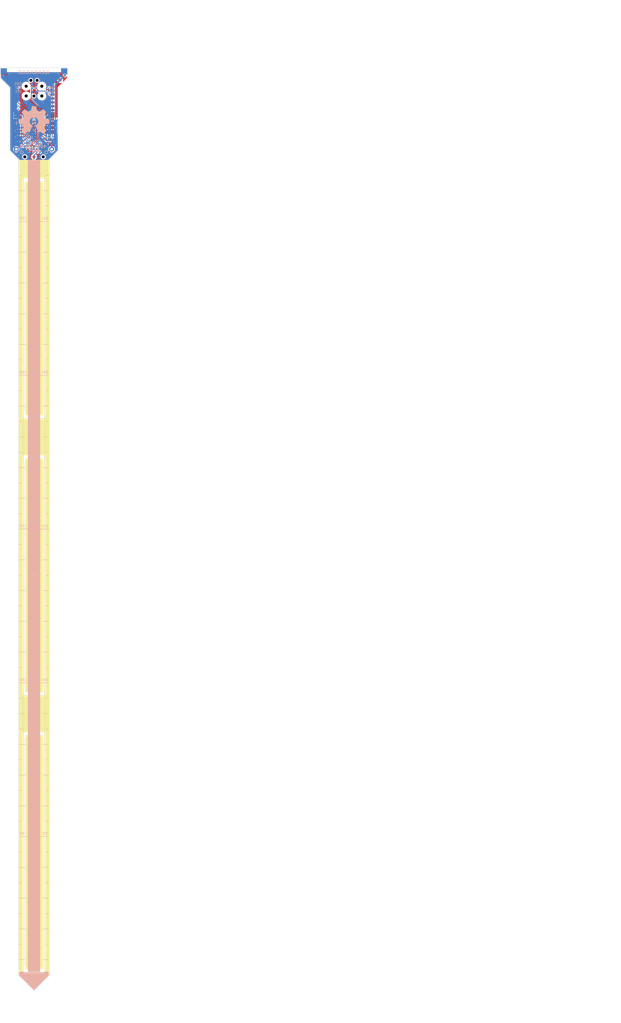
<source format=kicad_pcb>
(kicad_pcb (version 20211014) (generator pcbnew)
  (title_block (title "solar-bug") (date "2022-12-08") (rev "REV 1") (company "A. Benemann"))
  (layers (0 "F.Cu" signal) (31 "B.Cu" signal) (34 "B.Paste" user) (35 "F.Paste" user) (36 "B.SilkS" user "B.Silkscreen") (37 "F.SilkS" user "F.Silkscreen") (38 "B.Mask" user) (39 "F.Mask" user) (44 "Edge.Cuts" user))
  (net 0 "")
  (net 1 "GND")
  (net 2 "/XTAL2")
  (net 3 "/XTAL1")
  (net 7 "+3V0")
  (net 9 "/nRST")
  (net 11 "/SWDIO")
  (net 13 "/SENSOR_TOP")
  (net 14 "/SWDCLK")
  (net 15 "/SENSOR_C")
  (net 16 "/SENSOR_MID")
  (net 22 "Net-(D1-Pad1)")
  (net 23 "/SENSOR_BOT")
  (net 25 "/VBAT_OK")
  (net 26 "Net-(R1-Pad1)")
  (net 27 "/VBAT")
  (net 28 "/VIN_DC")
  (net 29 "/SW")
  (net 30 "/VREF")
  (net 31 "/VRDIV")
  (net 32 "/VBAT_OV")
  (net 33 "/VBAT_UV")
  (net 34 "/OK_HYST")
  (net 35 "/OK_PROG")
  (net 36 "Net-(R2-Pad1)")
  (net 37 "/LED")
  (net 39 "Net-(R12-Pad1)")
  (footprint "solar-bug:TestPoint_Pad_D0.75mm" (layer "F.Cu") (at 70.365 102.35375 90)
    (fp_text reference "TP1" hide)
    (fp_text value "GND" hide)
  )
  (footprint "Capacitor_SMD:C_0402_1005Metric" (layer "F.Cu") (at 72.365 92.87375 90)
    (fp_text reference "C1" hide)
    (fp_text value "10n" hide)
  )
  (footprint "Crystal:Crystal_SMD_MicroCrystal_CM9V-T1A-2Pin_1.6x1.0mm" (layer "F.Cu") (at 69.865 92.85375)
    (fp_text reference "Y1" hide)
    (fp_text value "32.768kHz" hide)
  )
  (footprint "Capacitor_SMD:C_0402_1005Metric" (layer "F.Cu") (at 69.365 94.85375 90)
    (fp_text reference "C3" hide)
    (fp_text value "12p" hide)
  )
  (footprint "Capacitor_SMD:C_0402_1005Metric" (layer "F.Cu") (at 70.365 94.85375 90)
    (fp_text reference "C4" hide)
    (fp_text value "12p" hide)
  )
  (footprint "Resistor_SMD:R_0402_1005Metric" (layer "F.Cu") (at 72.365 100.84375 -90)
    (fp_text reference "R12" hide)
    (fp_text value "1M" hide)
  )
  (footprint "Resistor_SMD:R_0402_1005Metric" (layer "F.Cu") (at 70.365 98.85375 -90)
    (fp_text reference "R7" hide)
    (fp_text value "4.99M" hide)
  )
  (footprint "solar-bug:TestPoint_Pad_D0.75mm" (layer "F.Cu") (at 84.365 77.35375)
    (fp_text reference "TP2" hide)
    (fp_text value "VIN" hide)
  )
  (footprint "Resistor_SMD:R_0402_1005Metric" (layer "F.Cu") (at 74.365 100.85375 -90)
    (fp_text reference "R11" hide)
    (fp_text value "4.99M" hide)
  )
  (footprint "Inductor_SMD:L_Taiyo-Yuden_NR-40xx" (layer "F.Cu") (at 79.865 94.35375 -90)
    (fp_text reference "L1" hide)
    (fp_text value "22uH" hide)
  )
  (footprint "Capacitor_SMD:C_0402_1005Metric" (layer "F.Cu") (at 78.365 98.85375 -90)
    (fp_text reference "C5" hide)
    (fp_text value "4.7u" hide)
  )
  (footprint "Resistor_SMD:R_0402_1005Metric" (layer "F.Cu") (at 76.365 100.85375 90)
    (fp_text reference "R14" hide)
    (fp_text value "1M" hide)
  )
  (footprint "Capacitor_SMD:C_0402_1005Metric" (layer "F.Cu") (at 76.365 92.87375 -90)
    (fp_text reference "C2" hide)
    (fp_text value "4.7u" hide)
  )
  (footprint "Resistor_SMD:R_0402_1005Metric" (layer "F.Cu") (at 77.365 100.85375 90)
    (fp_text reference "R15" hide)
    (fp_text value "1M" hide)
  )
  (footprint "solar-bug:solar-bug-sensor" (layer "F.Cu") (at 74.365 239.84375)
    (fp_text reference "SNS_MID1" hide)
    (fp_text value "C_Variable" hide)
  )
  (footprint "solar-bug:MountingHole_1.1mm" (layer "F.Cu") (at 77.365 103.84375)
    (fp_text reference "H2" hide)
    (fp_text value "MountingHole" hide)
  )
  (footprint "solar-bug:MountingHole_1.1mm" (layer "F.Cu") (at 71.365 103.84375)
    (fp_text reference "H1" hide)
    (fp_text value "MountingHole" hide)
  )
  (footprint "Capacitor_SMD:C_0402_1005Metric" (layer "F.Cu") (at 79.365 98.85375 -90)
    (fp_text reference "C6" hide)
    (fp_text value "4.7u" hide)
  )
  (footprint "Fiducial:Fiducial_1mm_Mask2mm" (layer "F.Cu") (at 74.365 103.84375)
    (fp_text reference "FID1" hide)
    (fp_text value "Fiducial" hide)
  )
  (footprint "Fiducial:Fiducial_1mm_Mask2mm" (layer "F.Cu") (at 82.865 78.84375)
    (fp_text reference "FID2" hide)
    (fp_text value "Fiducial" hide)
  )
  (footprint "Resistor_SMD:R_0402_1005Metric" (layer "F.Cu") (at 69.365 96.85375 -90)
    (fp_text reference "R4" hide)
    (fp_text value "4.99M" hide)
  )
  (footprint "LED_SMD:LED_0402_1005Metric" (layer "F.Cu") (at 81.365 98.85375 90)
    (fp_text reference "D1" hide)
    (fp_text value "LED" hide)
  )
  (footprint "Resistor_SMD:R_0402_1005Metric" (layer "F.Cu") (at 74.365 92.87375 90)
    (fp_text reference "R2" hide)
    (fp_text value "5.23M" hide)
  )
  (footprint "Resistor_SMD:R_0402_1005Metric" (layer "F.Cu") (at 75.365 100.85375 90)
    (fp_text reference "R13" hide)
    (fp_text value "1M" hide)
  )
  (footprint "solar-bug:VQFN-16-1EP_3x3mm_P0.5mm_EP1.8x1.8mm" (layer "F.Cu") (at 74.365 96.85375 -90)
    (fp_text reference "U2" hide)
    (fp_text value "BQ25504" hide)
  )
  (footprint "Resistor_SMD:R_0402_1005Metric" (layer "F.Cu") (at 75.365 92.88375 90)
    (fp_text reference "R3" hide)
    (fp_text value "3.01M" hide)
  )
  (footprint "Resistor_SMD:R_0402_1005Metric" (layer "F.Cu") (at 71.365 100.85375 -90)
    (fp_text reference "R9" hide)
    (fp_text value "5.23M" hide)
  )
  (footprint "Resistor_SMD:R_0402_1005Metric" (layer "F.Cu") (at 69.365 98.85375 -90)
    (fp_text reference "R6" hide)
    (fp_text value "3.01M" hide)
  )
  (footprint "Resistor_SMD:R_0402_1005Metric" (layer "F.Cu") (at 73.365 92.87375 90)
    (fp_text reference "R1" hide)
    (fp_text value "5.23M" hide)
  )
  (footprint "solar-bug:TestPoint_Pad_D0.75mm" (layer "F.Cu") (at 79.365 97.24375)
    (fp_text reference "TP4" hide)
    (fp_text value "3V0" hide)
  )
  (footprint "solar-bug:solar-bug-sensor" (layer "F.Cu") (at 74.365 329.84375)
    (fp_text reference "SNS_BOT1" hide)
    (fp_text value "C_Variable" hide)
  )
  (footprint "solar-bug:E73-2G4M08S1C-52840" (layer "F.Cu") (at 74.365 91.27325 90)
    (fp_text reference "U1" hide)
    (fp_text value "E73-2G4M08S1C-52840" hide)
  )
  (footprint "solar-bug:TestPoint_Pad_D0.75mm" (layer "F.Cu") (at 78.365 102.35375)
    (fp_text reference "TP5" hide)
    (fp_text value "VBAT" hide)
  )
  (footprint "solar-bug:solar-bug-sensor" (layer "F.Cu") (at 74.365 149.84375)
    (fp_text reference "SNS_TOP1" hide)
    (fp_text value "C_Variable" hide)
  )
  (footprint "Fiducial:Fiducial_1mm_Mask2mm" (layer "F.Cu") (at 65.865 78.84375)
    (fp_text reference "FID3" hide)
    (fp_text value "Fiducial" hide)
  )
  (footprint "Resistor_SMD:R_0402_1005Metric" (layer "F.Cu") (at 70.365 96.85375 90)
    (fp_text reference "R5" hide)
    (fp_text value "4.99M" hide)
  )
  (footprint "Resistor_SMD:R_0402_1005Metric" (layer "F.Cu") (at 80.365 98.85375 -90)
    (fp_text reference "R8" hide)
    (fp_text value "1k" hide)
  )
  (footprint "Resistor_SMD:R_0402_1005Metric" (layer "F.Cu") (at 73.365 100.84375 -90)
    (fp_text reference "R10" hide)
    (fp_text value "4.99M" hide)
  )
  (footprint "solar-bug:JLINK_6PIN" (layer "B.Cu") (at 74.365 84.05 90)
    (fp_text reference "J1" hide)
    (fp_text value "JLINK-6PIN" hide)
  )
  (footprint "OSHW-logo:OSHW-logo_silkscreen-front_10mm" (layer "B.Cu") (at 74.365 91.84375 180)
    (fp_text reference "LOGO1" hide)
    (fp_text value "Logo_Open_Hardware_Small" hide)
  )
  (footprint "solar-bug:PHVL-3R9H155-R" (layer "B.Cu") (at 74.365 101.35375)
    (fp_text reference "C7" hide)
    (fp_text value "1.5F" hide)
  )
  (footprint "solar-bug:KXOB25-04X3F" (layer "B.Cu") (at 74.365 74.85375 180)
    (fp_text reference "SC1" hide)
    (fp_text value "KXOB25-04X3F-TR" hide)
  )
  (gr_line (start 69.465 244.84375) (end 71.465 244.84375) (layer "B.SilkS") (width 0.12))
  (gr_line (start 69.465 319.84375) (end 70.465 319.84375) (layer "B.SilkS") (width 0.12))
  (gr_line (start 69.465 214.84375) (end 71.465 214.84375) (layer "B.SilkS") (width 0.12))
  (gr_line (start 69.465 159.84375) (end 70.465 159.84375) (layer "B.SilkS") (width 0.12))
  (gr_line (start 69.465 334.84375) (end 71.465 334.84375) (layer "B.SilkS") (width 0.12))
  (gr_line (start 79.265 359.84375) (end 78.365 359.84375) (layer "B.SilkS") (width 0.12))
  (gr_line (start 69.465 364.84375) (end 71.365 364.84375) (layer "B.SilkS") (width 0.12))
  (gr_line (start 69.465 234.84375) (end 71.465 234.84375) (layer "B.SilkS") (width 0.12))
  (gr_line (start 79.265 364.84375) (end 77.365 364.84375) (layer "B.SilkS") (width 0.12))
  (gr_line (start 79.265 274.84375) (end 75.265 274.84375) (layer "B.SilkS") (width 0.12))
  (gr_line (start 69.465 259.84375) (end 70.465 259.84375) (layer "B.SilkS") (width 0.12))
  (gr_line (start 69.465 109.84375) (end 70.465 109.84375) (layer "B.SilkS") (width 0.12))
  (gr_line (start 79.265 324.84375) (end 75.265 324.84375) (layer "B.SilkS") (width 0.12))
  (gr_line (start 69.465 299.84375) (end 70.465 299.84375) (layer "B.SilkS") (width 0.12))
  (gr_line (start 79.265 209.84375) (end 78.265 209.84375) (layer "B.SilkS") (width 0.12))
  (gr_line (start 79.265 174.84375) (end 75.265 174.84375) (layer "B.SilkS") (width 0.12))
  (gr_line (start 79.265 149.84375) (end 78.265 149.84375) (layer "B.SilkS") (width 0.12))
  (gr_line (start 69.465 224.84375) (end 73.465 224.84375) (layer "B.SilkS") (width 0.12))
  (gr_line (start 69.465 309.84375) (end 70.465 309.84375) (layer "B.SilkS") (width 0.12))
  (gr_line (start 69.465 169.84375) (end 70.465 169.84375) (layer "B.SilkS") (width 0.12))
  (gr_line (start 69.465 294.84375) (end 71.465 294.84375) (layer "B.SilkS") (width 0.12))
  (gr_line (start 79.265 104.84375) (end 69.465 104.84375) (layer "B.SilkS") (width 0.1))
  (gr_line (start 69.465 174.84375) (end 73.465 174.84375) (layer "B.SilkS") (width 0.12))
  (gr_line (start 79.265 229.84375) (end 78.265 229.84375) (layer "B.SilkS") (width 0.12))
  (gr_line (start 69.465 304.84375) (end 71.465 304.84375) (layer "B.SilkS") (width 0.12))
  (gr_line (start 69.465 339.84375) (end 70.465 339.84375) (layer "B.SilkS") (width 0.12))
  (gr_line (start 69.465 124.84375) (end 73.465 124.84375) (layer "B.SilkS") (width 0.12))
  (gr_rect (start 72.365 368.84375) (end 76.365 104.84375) (layer "B.SilkS") (width 0) (fill solid))
  (gr_line (start 79.265 109.84375) (end 78.265 109.84375) (layer "B.SilkS") (width 0.12))
  (gr_line (start 79.265 179.84375) (end 78.265 179.84375) (layer "B.SilkS") (width 0.12))
  (gr_line (start 79.265 214.84375) (end 77.265 214.84375) (layer "B.SilkS") (width 0.12))
  (gr_line (start 69.465 184.84375) (end 71.465 184.84375) (layer "B.SilkS") (width 0.12))
  (gr_line (start 79.265 244.84375) (end 77.265 244.84375) (layer "B.SilkS") (width 0.12))
  (gr_line (start 69.465 199.84375) (end 70.465 199.84375) (layer "B.SilkS") (width 0.12))
  (gr_line (start 79.265 354.84375) (end 77.265 354.84375) (layer "B.SilkS") (width 0.12))
  (gr_line (start 79.265 339.84375) (end 78.265 339.84375) (layer "B.SilkS") (width 0.12))
  (gr_line (start 69.465 204.84375) (end 71.465 204.84375) (layer "B.SilkS") (width 0.12))
  (gr_line (start 79.265 334.84375) (end 77.265 334.84375) (layer "B.SilkS") (width 0.12))
  (gr_line (start 79.265 164.84375) (end 77.265 164.84375) (layer "B.SilkS") (width 0.12))
  (gr_line (start 69.465 284.84375) (end 71.465 284.84375) (layer "B.SilkS") (width 0.12))
  (gr_line (start 79.265 249.84375) (end 78.265 249.84375) (layer "B.SilkS") (width 0.12))
  (gr_line (start 69.465 179.84375) (end 70.465 179.84375) (layer "B.SilkS") (width 0.12))
  (gr_line (start 69.465 279.84375) (end 70.465 279.84375) (layer "B.SilkS") (width 0.12))
  (gr_line (start 69.465 239.84375) (end 70.465 239.84375) (layer "B.SilkS") (width 0.12))
  (gr_line (start 79.265 139.84375) (end 78.265 139.84375) (layer "B.SilkS") (width 0.12))
  (gr_line (start 69.465 229.84375) (end 70.465 229.84375) (layer "B.SilkS") (width 0.12))
  (gr_line (start 79.265 339.84375) (end 78.265 339.84375) (layer "B.SilkS") (width 0.12))
  (gr_line (start 69.465 359.84375) (end 70.365 359.84375) (layer "B.SilkS") (width 0.12))
  (gr_line (start 79.265 159.84375) (end 78.265 159.84375) (layer "B.SilkS") (width 0.12))
  (gr_line (start 79.265 204.84375) (end 77.265 204.84375) (layer "B.SilkS") (width 0.12))
  (gr_line (start 69.465 344.84375) (end 71.465 344.84375) (layer "B.SilkS") (width 0.12))
  (gr_line (start 79.265 144.84375) (end 77.265 144.84375) (layer "B.SilkS") (width 0.12))
  (gr_line (start 79.265 224.84375) (end 75.265 224.84375) (layer "B.SilkS") (width 0.12))
  (gr_line (start 79.265 119.84375) (end 78.265 119.84375) (layer "B.SilkS") (width 0.12))
  (gr_line (start 69.465 194.84375) (end 71.465 194.84375) (layer "B.SilkS") (width 0.12))
  (gr_line (start 69.465 224.84375) (end 73.465 224.84375) (layer "B.SilkS") (width 0.12))
  (gr_line (start 69.465 119.84375) (end 70.465 119.84375) (layer "B.SilkS") (width 0.12))
  (gr_line (start 79.265 304.84375) (end 77.265 304.84375) (layer "B.SilkS") (width 0.12))
  (gr_line (start 79.265 254.84375) (end 77.265 254.84375) (layer "B.SilkS") (width 0.12))
  (gr_line (start 79.265 349.84375) (end 78.265 349.84375) (layer "B.SilkS") (width 0.12))
  (gr_line (start 79.265 284.84375) (end 77.265 284.84375) (layer "B.SilkS") (width 0.12))
  (gr_line (start 79.265 279.84375) (end 78.265 279.84375) (layer "B.SilkS") (width 0.12))
  (gr_line (start 69.465 164.84375) (end 71.465 164.84375) (layer "B.SilkS") (width 0.12))
  (gr_line (start 69.465 144.84375) (end 71.465 144.84375) (layer "B.SilkS") (width 0.12))
  (gr_line (start 69.465 314.84375) (end 71.465 314.84375) (layer "B.SilkS") (width 0.12))
  (gr_line (start 69.465 149.84375) (end 70.465 149.84375) (layer "B.SilkS") (width 0.12))
  (gr_line (start 79.265 294.84375) (end 77.265 294.84375) (layer "B.SilkS") (width 0.12))
  (gr_line (start 79.265 269.84375) (end 78.265 269.84375) (layer "B.SilkS") (width 0.12))
  (gr_line (start 79.265 124.84375) (end 75.265 124.84375) (layer "B.SilkS") (width 0.12))
  (gr_line (start 79.265 234.84375) (end 77.265 234.84375) (layer "B.SilkS") (width 0.12))
  (gr_line (start 79.265 219.84375) (end 78.265 219.84375) (layer "B.SilkS") (width 0.12))
  (gr_line (start 79.265 314.84375) (end 77.265 314.84375) (layer "B.SilkS") (width 0.12))
  (gr_line (start 79.265 344.84375) (end 77.265 344.84375) (layer "B.SilkS") (width 0.12))
  (gr_line (start 69.465 154.84375) (end 71.465 154.84375) (layer "B.SilkS") (width 0.12))
  (gr_line (start 69.465 219.84375) (end 70.465 219.84375) (layer "B.SilkS") (width 0.12))
  (gr_line (start 79.265 349.84375) (end 78.265 349.84375) (layer "B.SilkS") (width 0.12))
  (gr_line (start 79.265 224.84375) (end 75.265 224.84375) (layer "B.SilkS") (width 0.12))
  (gr_line (start 69.465 329.84375) (end 70.465 329.84375) (layer "B.SilkS") (width 0.12))
  (gr_line (start 69.465 264.84375) (end 71.465 264.84375) (layer "B.SilkS") (width 0.12))
  (gr_line (start 69.465 269.84375) (end 70.465 269.84375) (layer "B.SilkS") (width 0.12))
  (gr_line (start 69.465 254.84375) (end 71.465 254.84375) (layer "B.SilkS") (width 0.12))
  (gr_line (start 69.465 134.84375) (end 71.465 134.84375) (layer "B.SilkS") (width 0.12))
  (gr_line (start 79.265 184.84375) (end 77.265 184.84375) (layer "B.SilkS") (width 0.12))
  (gr_line (start 79.265 129.84375) (end 78.265 129.84375) (layer "B.SilkS") (width 0.12))
  (gr_line (start 69.465 209.84375) (end 70.465 209.84375) (layer "B.SilkS") (width 0.12))
  (gr_line (start 69.465 274.84375) (end 73.465 274.84375) (layer "B.SilkS") (width 0.12))
  (gr_line (start 79.265 319.84375) (end 78.265 319.84375) (layer "B.SilkS") (width 0.12))
  (gr_line (start 69.465 129.84375) (end 70.465 129.84375) (layer "B.SilkS") (width 0.12))
  (gr_line (start 79.265 289.84375) (end 78.265 289.84375) (layer "B.SilkS") (width 0.12))
  (gr_line (start 79.265 239.84375) (end 78.265 239.84375) (layer "B.SilkS") (width 0.12))
  (gr_line (start 79.265 199.84375) (end 78.265 199.84375) (layer "B.SilkS") (width 0.12))
  (gr_line (start 79.265 169.84375) (end 78.265 169.84375) (layer "B.SilkS") (width 0.12))
  (gr_line (start 79.265 194.84375) (end 77.265 194.84375) (layer "B.SilkS") (width 0.12))
  (gr_line (start 79.265 154.84375) (end 77.265 154.84375) (layer "B.SilkS") (width 0.12))
  (gr_line (start 69.465 189.84375) (end 70.465 189.84375) (layer "B.SilkS") (width 0.12))
  (gr_line (start 79.265 329.84375) (end 78.265 329.84375) (layer "B.SilkS") (width 0.12))
  (gr_line (start 69.465 349.84375) (end 70.465 349.84375) (layer "B.SilkS") (width 0.12))
  (gr_line (start 69.465 324.84375) (end 73.465 324.84375) (layer "B.SilkS") (width 0.12))
  (gr_line (start 79.265 114.84375) (end 77.265 114.84375) (layer "B.SilkS") (width 0.12))
  (gr_line (start 79.265 299.84375) (end 78.265 299.84375) (layer "B.SilkS") (width 0.12))
  (gr_line (start 79.265 189.84375) (end 78.265 189.84375) (layer "B.SilkS") (width 0.12))
  (gr_line (start 69.465 139.84375) (end 70.465 139.84375) (layer "B.SilkS") (width 0.12))
  (gr_line (start 69.465 249.84375) (end 70.465 249.84375) (layer "B.SilkS") (width 0.12))
  (gr_line (start 79.265 264.84375) (end 77.265 264.84375) (layer "B.SilkS") (width 0.12))
  (gr_line (start 69.465 289.84375) (end 70.465 289.84375) (layer "B.SilkS") (width 0.12))
  (gr_line (start 69.465 114.84375) (end 71.465 114.84375) (layer "B.SilkS") (width 0.12))
  (gr_line (start 79.265 134.84375) (end 77.265 134.84375) (layer "B.SilkS") (width 0.12))
  (gr_line (start 79.265 309.84375) (end 78.265 309.84375) (layer "B.SilkS") (width 0.12))
  (gr_line (start 79.265 259.84375) (end 78.265 259.84375) (layer "B.SilkS") (width 0.12))
  (gr_line (start 69.465 354.84375) (end 71.465 354.84375) (layer "B.SilkS") (width 0.12))
  (gr_rect (start 71.365 367.84375) (end 77.365 291.84375) (layer "F.SilkS") (width 0) (fill solid))
  (gr_rect (start 69.465 368.84375) (end 70.865 104.94375) (layer "F.SilkS") (width 0) (fill solid))
  (gr_rect (start 79.265 104.84375) (end 69.465 110.84375) (layer "F.SilkS") (width 0) (fill solid))
  (gr_rect (start 70.865 200.84375) (end 77.865 188.84375) (layer "F.SilkS") (width 0) (fill solid))
  (gr_rect (start 77.865 368.84375) (end 79.265 104.94375) (layer "F.SilkS") (width 0) (fill solid))
  (gr_rect (start 71.365 187.84375) (end 77.365 111.84375) (layer "F.SilkS") (width 0) (fill solid))
  (gr_rect (start 71.365 277.84375) (end 77.365 201.84375) (layer "F.SilkS") (width 0) (fill solid))
  (gr_rect (start 70.865 290.84375) (end 77.865 278.84375) (layer "F.SilkS") (width 0) (fill solid))
  (gr_poly (pts (xy 85.365 74.85375) (xy 85.365 78.35375) (xy 82.365 81.35375) (xy 82.365 101.84375) (xy 79.365 104.84375) (xy 79.365 369.84375) (xy 74.365 374.84375) (xy 69.365 369.84375) (xy 69.365 104.84375) (xy 66.365 101.84375) (xy 66.365 81.35375) (xy 63.365 78.35375) (xy 63.365 74.84375)) (layer "Edge.Cuts") (width 0.1) (fill none))
  (gr_text "solar-bug\nREV1" (at 74.365 101.04375) (layer "B.SilkS") (effects (font (size 1 1)) (justify mirror)))
  (gr_text "100        100" (at 74.365 273.84375) (layer "B.SilkS") (effects (font (size 0.8 0.8) (thickness 0.1)) (justify mirror)))
  (gr_text "50          50" (at 74.265 323.84375) (layer "B.SilkS") (effects (font (size 0.8 0.8) (thickness 0.1)) (justify mirror)))
  (gr_text "150        150" (at 74.365 223.84375) (layer "B.SilkS") (effects (font (size 0.8 0.8) (thickness 0.1)) (justify mirror)))
  (gr_text "                 GND\nSWC             RST\nSWD             VCC" (at 80.865 81.35375) (layer "B.SilkS") (effects (font (size 0.8 0.8) (thickness 0.1)) (justify left mirror)))
  (gr_text "200        200" (at 74.365 173.84375) (layer "B.SilkS") (effects (font (size 0.8 0.8) (thickness 0.1)) (justify mirror)))
  (gr_text "250        250" (at 74.365 123.84375) (layer "B.SilkS") (effects (font (size 0.8 0.8) (thickness 0.1)) (justify mirror)))
  (gr_text "JLCJLCJLCJLC" (at 74.365 76.34375) (layer "B.SilkS") (effects (font (size 1 1)) (justify mirror)))
  (segment (start 80.365 99.36375) (end 79.395 99.36375) (width 0.25) (layer "F.Cu") (net 1))
  (segment (start 70.365 104.34375) (end 69.365 103.34375) (width 0.25) (layer "F.Cu") (net 1))
  (segment (start 77.365 99.35375) (end 78.365 100.35375) (width 0.25) (layer "F.Cu") (net 1))
  (segment (start 76.615 97.60375) (end 77.365 98.35375) (width 0.25) (layer "F.Cu") (net 1))
  (segment (start 75.115 99.103752) (end 75.364998 99.35375) (width 0.25) (layer "F.Cu") (net 1))
  (segment (start 69.365 97.36375) (end 68.375 97.36375) (width 0.25) (layer "F.Cu") (net 1))
  (segment (start 71.825 92.39375) (end 72.365 92.39375) (width 0.25) (layer "F.Cu") (net 1))
  (segment (start 76.01 93.70875) (end 76.01 93.719288) (width 0.25) (layer "F.Cu") (net 1))
  (segment (start 75.115 98.34125) (end 75.115 99.103752) (width 0.25) (layer "F.Cu") (net 1))
  (segment (start 70.481396 95.33375) (end 70.365 95.33375) (width 0.25) (layer "F.Cu") (net 1))
  (segment (start 71.59 94.116359) (end 71.59 92.62875) (width 0.25) (layer "F.Cu") (net 1))
  (segment (start 70.365 104.84375) (end 70.365 104.34375) (width 0.25) (layer "F.Cu") (net 1))
  (segment (start 76.01 93.719288) (end 75.740538 93.98875) (width 0.25) (layer "F.Cu") (net 1))
  (segment (start 78.365 99.33375) (end 79.365 99.33375) (width 0.25) (layer "F.Cu") (net 1))
  (segment (start 70.365 319.84375) (end 70.365 149.84375) (width 1) (layer "F.Cu") (net 1))
  (segment (start 80.375 99.36375) (end 81.365 100.35375) (width 0.25) (layer "F.Cu") (net 1))
  (segment (start 68.365 97.35375) (end 68.365 99.85375) (width 0.25) (layer "F.Cu") (net 1))
  (segment (start 72.8775 96.10375) (end 71.251396 96.10375) (width 0.25) (layer "F.Cu") (net 1))
  (segment (start 71.59 92.62875) (end 71.825 92.39375) (width 0.25) (layer "F.Cu") (net 1))
  (segment (start 75.740538 93.98875) (end 75.73 93.98875) (width 0.25) (layer "F.Cu") (net 1))
  (segment (start 78.865 100.35375) (end 79.365 99.85375) (width 0.25) (layer "F.Cu") (net 1))
  (segment (start 75.73 93.98875) (end 75.115 94.60375) (width 0.25) (layer "F.Cu") (net 1))
  (segment (start 69.365 95.33375) (end 68.385 95.33375) (width 0.25) (layer "F.Cu") (net 1))
  (segment (start 68.246 82.32325) (end 69.3345 82.32325) (width 0.25) (layer "F.Cu") (net 1))
  (segment (start 73.365 102.34375) (end 72.365 102.34375) (width 0.25) (layer "F.Cu") (net 1))
  (segment (start 78.365 100.35375) (end 78.865 100.35375) (width 0.25) (layer "F.Cu") (net 1))
  (segment (start 68.385 95.33375) (end 68.365 95.35375) (width 0.25) (layer "F.Cu") (net 1))
  (segment (start 70.365 104.84375) (end 70.365 149.84375) (width 1) (layer "F.Cu") (net 1))
  (segment (start 76.245 90.89225) (end 76.245 89.47375) (width 0.25) (layer "F.Cu") (net 1))
  (segment (start 75.115 96.10375) (end 75.115 95.36625) (width 0.25) (layer "F.Cu") (net 1))
  (segment (start 74.345 101.36375) (end 73.365 102.34375) (width 0.25) (layer "F.Cu") (net 1))
  (segment (start 75.8525 97.60375) (end 76.615 97.60375) (width 0.25) (layer "F.Cu") (net 1))
  (segment (start 75.115 98.34125) (end 75.115 97.60375) (width 0.25) (layer "F.Cu") (net 1))
  (segment (start 68.375 97.36375) (end 68.365 97.35375) (width 0.25) (layer "F.Cu") (net 1))
  (segment (start 76.365 93.35375) (end 76.01 93.70875) (width 0.25) (layer "F.Cu") (net 1))
  (segment (start 72.8775 96.10375) (end 73.615 96.10375) (width 0.25) (layer "F.Cu") (net 1))
  (segment (start 70.365 104.84375) (end 70.365 105.35375) (width 0.25) (layer "F.Cu") (net 1))
  (segment (start 68.365 97.35375) (end 68.365 95.35375) (width 0.25) (layer "F.Cu") (net 1))
  (segment (start 76.245 89.47375) (end 76.365 89.35375) (width 0.25) (layer "F.Cu") (net 1))
  (segment (start 78.365 149.84375) (end 78.365 319.84375) (width 1) (layer "F.Cu") (net 1))
  (segment (start 79.365 99.85375) (end 79.365 99.33375) (width 0.25) (layer "F.Cu") (net 1))
  (segment (start 74.365 101.36375) (end 74.345 101.36375) (width 0.25) (layer "F.Cu") (net 1))
  (segment (start 71.251396 96.10375) (end 70.481396 95.33375) (width 0.25) (layer "F.Cu") (net 1))
  (segment (start 78.365 104.84375) (end 78.365 149.84375) (width 1) (layer "F.Cu") (net 1))
  (segment (start 68.375 95.36375) (end 68.365 95.35375) (width 0.25) (layer "F.Cu") (net 1))
  (segment (start 78.345 99.33375) (end 77.365 98.35375) (width 0.25) (layer "F.Cu") (net 1))
  (segment (start 72.365 92.39375) (end 73.335 92.39375) (width 0.25) (layer "F.Cu") (net 1))
  (segment (start 75.8525 97.60375) (end 75.115 97.60375) (width 0.25) (layer "F.Cu") (net 1))
  (segment (start 70.365 95.33375) (end 69.365 95.33375) (width 0.25) (layer "F.Cu") (net 1))
  (segment (start 75.115 94.60375) (end 75.115 95.36625) (width 0.25) (layer "F.Cu") (net 1))
  (segment (start 70.375 101.36375) (end 70.365 101.35375) (width 0.25) (layer "F.Cu") (net 1))
  (segment (start 70.372609 95.33375) (end 71.59 94.116359) (width 0.25) (layer "F.Cu") (net 1))
  (segment (start 77.365 99.34375) (end 77.365 99.35375) (width 0.25) (layer "F.Cu") (net 1))
  (segment (start 76.365 93.35375) (end 76.365 94.35375) (width 0.25) (layer "F.Cu") (net 1))
  (segment (start 69.3345 82.32325) (end 69.365 82.35375) (width 0.25) (layer "F.Cu") (net 1))
  (via (at 75.364998 99.35375) (size 0.5) (drill 0.2) (layers "F.Cu" "B.Cu") (net 1))
  (via (at 70.365 101.35375) (size 0.5) (drill 0.2) (layers "F.Cu" "B.Cu") (net 1))
  (via (at 68.365 95.35375) (size 0.5) (drill 0.2) (layers "F.Cu" "B.Cu") (net 1))
  (via (at 78.365 76.84375) (size 0.5) (drill 0.2) (layers "F.Cu" "B.Cu") (net 1))
  (via (at 69.365 103.34375) (size 0.5) (drill 0.2) (layers "F.Cu" "B.Cu") (net 1))
  (via (at 69.356571 82.348913) (size 0.5) (drill 0.2) (layers "F.Cu" "B.Cu") (net 1))
  (via (at 82.365 76.84375) (size 0.5) (drill 0.2) (layers "F.Cu" "B.Cu") (net 1))
  (via (at 79.365 103.34375) (size 0.5) (drill 0.2) (layers "F.Cu" "B.Cu") (net 1))
  (via (at 72.365 102.34375) (size 0.5) (drill 0.2) (layers "F.Cu" "B.Cu") (net 1))
  (via (at 81.365 100.35375) (size 0.5) (drill 0.2) (layers "F.Cu" "B.Cu") (net 1))
  (via (at 76.365 94.35375) (size 0.5) (drill 0.2) (layers "F.Cu" "B.Cu") (net 1))
  (via (at 79.365 94.35375) (size 0.5) (drill 0.2) (layers "F.Cu" "B.Cu") (net 1))
  (via (at 73.73 80.24) (size 0.5) (drill 0.2) (layers "F.Cu" "B.Cu") (net 1))
  (via (at 64.365 77.35375) (size 0.5) (drill 0.2) (layers "F.Cu" "B.Cu") (net 1))
  (via (at 66.365 76.84375) (size 0.5) (drill 0.2) (layers "F.Cu" "B.Cu") (net 1))
  (via (at 77.365 99.34375) (size 0.5) (drill 0.2) (layers "F.Cu" "B.Cu") (net 1))
  (via (at 74.865 97.35375) (size 0.5) (drill 0.2) (layers "F.Cu" "B.Cu") (net 1))
  (via (at 78.365 100.35375) (size 0.5) (drill 0.2) (layers "F.Cu" "B.Cu") (net 1))
  (via (at 77.365 86.35375) (size 0.5) (drill 0.2) (layers "F.Cu" "B.Cu") (net 1))
  (via (at 68.365 97.35375) (size 0.5) (drill 0.2) (layers "F.Cu" "B.Cu") (net 1))
  (via (at 74.865 96.35375) (size 0.5) (drill 0.2) (layers "F.Cu" "B.Cu") (net 1))
  (via (at 70.365 102.35375) (size 0.5) (drill 0.2) (layers "F.Cu" "B.Cu") (net 1))
  (via (at 73.865 96.35375) (size 0.5) (drill 0.2) (layers "F.Cu" "B.Cu") (net 1))
  (via (at 76.365 89.35375) (size 0.5) (drill 0.2) (layers "F.Cu" "B.Cu") (net 1))
  (via (at 68.365 92.84375) (size 0.5) (drill 0.2) (layers "F.Cu" "B.Cu") (net 1))
  (via (at 81.365 94.35375) (size 0.5) (drill 0.2) (layers "F.Cu" "B.Cu") (net 1))
  (via (at 76.365 98.34375) (size 0.5) (drill 0.2) (layers "F.Cu" "B.Cu") (net 1))
  (via (at 73.865 97.35375) (size 0.5) (drill 0.2) (layers "F.Cu" "B.Cu") (net 1))
  (via (at 74.365 76.84375) (size 0.5) (drill 0.2) (layers "F.Cu" "B.Cu") (net 1))
  (via (at 71.865 86.35375) (size 0.5) (drill 0.2) (layers "F.Cu" "B.Cu") (net 1))
  (via (at 70.365 76.84375) (size 0.5) (drill 0.2) (layers "F.Cu" "B.Cu") (net 1))
  (via (at 77.365 98.35375) (size 0.5) (drill 0.2) (layers "F.Cu" "B.Cu") (net 1))
  (via (at 68.365 90.34375) (size 0.5) (drill 0.2) (layers "F.Cu" "B.Cu") (net 1))
  (segment (start 70.365 77.85375) (end 73.463825 77.85375) (width 0.25) (layer "B.Cu") (net 1))
  (segment (start 68.79 79.42875) (end 70.365 77.85375) (width 0.25) (layer "B.Cu") (net 1))
  (segment (start 68.79 81.782342) (end 68.79 79.42875) (width 0.25) (layer "B.Cu") (net 1))
  (segment (start 64.365 75.85375) (end 64.365 77.35375) (width 0.25) (layer "B.Cu") (net 1))
  (segment (start 69.356571 82.348913) (end 68.79 81.782342) (width 0.25) (layer "B.Cu") (net 1))
  (segment (start 76.365 94.35375) (end 76.365 89.35375) (width 0.25) (layer "B.Cu") (net 1))
  (segment (start 73.463825 77.85375) (end 74.365 78.754925) (width 0.25) (layer "B.Cu") (net 1))
  (segment (start 74.365 79.605) (end 73.73 80.24) (width 0.25) (layer "B.Cu") (net 1))
  (segment (start 74.365 78.754925) (end 74.365 79.605) (width 0.25) (layer "B.Cu") (net 1))
  (segment (start 71.165 91.55375) (end 71.165 90.89225) (width 0.25) (layer "F.Cu") (net 2))
  (segment (start 70.465 92.85375) (end 70.465 92.25375) (width 0.25) (layer "F.Cu") (net 2))
  (segment (start 70.465 92.25375) (end 71.165 91.55375) (width 0.25) (layer "F.Cu") (net 2))
  (segment (start 70.365 94.37375) (end 70.365 92.95375) (width 0.25) (layer "F.Cu") (net 2))
  (segment (start 69.895 90.89225) (end 69.895 91.82375) (width 0.25) (layer "F.Cu") (net 3))
  (segment (start 69.365 94.37375) (end 69.365 92.95375) (width 0.25) (layer "F.Cu") (net 3))
  (segment (start 69.895 91.82375) (end 69.365 92.35375) (width 0.25) (layer "F.Cu") (net 3))
  (segment (start 78.365 97.35375) (end 79.365 97.35375) (width 0.25) (layer "F.Cu") (net 7))
  (segment (start 77.515 90.89225) (end 77.515 89.50375) (width 0.25) (layer "F.Cu") (net 7))
  (segment (start 74.975 89.74375) (end 75.365 89.35375) (width 0.25) (layer "F.Cu") (net 7))
  (segment (start 77.515 89.50375) (end 77.365 89.35375) (width 0.25) (layer "F.Cu") (net 7))
  (segment (start 77.865 96.85375) (end 78.365 97.35375) (width 0.25) (layer "F.Cu") (net 7))
  (segment (start 77.625 96.60375) (end 77.865 96.84375) (width 0.25) (layer "F.Cu") (net 7))
  (segment (start 79.365 97.35375) (end 79.365 98.37375) (width 0.25) (layer "F.Cu") (net 7))
  (segment (start 79.365 98.37375) (end 78.365 98.37375) (width 0.25) (layer "F.Cu") (net 7))
  (segment (start 77.865 96.84375) (end 77.865 96.85375) (width 0.25) (layer "F.Cu") (net 7))
  (segment (start 74.975 90.89225) (end 74.975 89.74375) (width 0.25) (layer "F.Cu") (net 7))
  (segment (start 78.365 97.35375) (end 78.365 98.37375) (width 0.25) (layer "F.Cu") (net 7))
  (segment (start 75.8525 96.60375) (end 77.625 96.60375) (width 0.25) (layer "F.Cu") (net 7))
  (via (at 78.365 97.35375) (size 0.5) (drill 0.2) (layers "F.Cu" "B.Cu") (net 7))
  (via (at 75.365 89.35375) (size 0.5) (drill 0.2) (layers "F.Cu" "B.Cu") (net 7))
  (via (at 77.365 89.35375) (size 0.5) (drill 0.2) (layers "F.Cu" "B.Cu") (net 7))
  (segment (start 78.365 97.35375) (end 78.365 90.35375) (width 0.5) (layer "B.Cu") (net 7))
  (segment (start 75.365 87.35375) (end 73.494499 85.483249) (width 0.25) (layer "B.Cu") (net 7))
  (segment (start 75.365 88.60375) (end 75.365 89.35375) (width 0.5) (layer "B.Cu") (net 7))
  (segment (start 78.365 90.35375) (end 77.365 89.35375) (width 0.5) (layer "B.Cu") (net 7))
  (segment (start 76.615 88.60375) (end 77.365 89.35375) (width 0.5) (layer "B.Cu") (net 7))
  (segment (start 73.494499 83.015501) (end 73.73 82.78) (width 0.25) (layer "B.Cu") (net 7))
  (segment (start 75.365 88.60375) (end 76.615 88.60375) (width 0.5) (layer "B.Cu") (net 7))
  (segment (start 73.494499 85.483249) (end 73.494499 83.015501) (width 0.25) (layer "B.Cu") (net 7))
  (segment (start 75.365 88.60375) (end 75.365 87.35375) (width 0.25) (layer "B.Cu") (net 7))
  (segment (start 77.865 87.35375) (end 76.365 87.35375) (width 0.25) (layer "F.Cu") (net 9))
  (segment (start 80.484 88.67325) (end 79.1845 88.67325) (width 0.25) (layer "F.Cu") (net 9))
  (segment (start 73.494499 81.745501) (end 73.73 81.51) (width 0.25) (layer "F.Cu") (net 9))
  (segment (start 76.365 87.35375) (end 73.494499 84.483249) (width 0.25) (layer "F.Cu") (net 9))
  (segment (start 79.1845 88.67325) (end 77.865 87.35375) (width 0.25) (layer "F.Cu") (net 9))
  (segment (start 73.494499 84.483249) (end 73.494499 81.745501) (width 0.25) (layer "F.Cu") (net 9))
  (via (at 73.73 81.51) (size 0.5) (drill 0.2) (layers "F.Cu" "B.Cu") (net 9))
  (segment (start 80.484 81.05325) (end 79.6655 81.05325) (width 0.25) (layer "F.Cu") (net 11))
  (segment (start 79.6655 81.05325) (end 79.365 81.35375) (width 0.25) (layer "F.Cu") (net 11))
  (via (at 79.365 81.35375) (size 0.5) (drill 0.2) (layers "F.Cu" "B.Cu") (net 11))
  (segment (start 78.281249 82.437501) (end 79.365 81.35375) (width 0.25) (layer "B.Cu") (net 11))
  (segment (start 75.342499 82.437501) (end 78.281249 82.437501) (width 0.25) (layer "B.Cu") (net 11))
  (segment (start 75 82.78) (end 75.342499 82.437501) (width 0.25) (layer "B.Cu") (net 11))
  (segment (start 76.365 101.35375) (end 76.355 101.35375) (width 0.25) (layer "F.Cu") (net 13))
  (segment (start 69.365 87.35375) (end 68.2955 87.35375) (width 0.25) (layer "F.Cu") (net 13))
  (segment (start 76.355 101.35375) (end 75.365 102.34375) (width 0.25) (layer "F.Cu") (net 13))
  (via (at 69.365 87.35375) (size 0.5) (drill 0.2) (layers "F.Cu" "B.Cu") (net 13))
  (via (at 74.365 149.84375) (size 0.5) (drill 0.2) (layers "F.Cu" "B.Cu") (net 13))
  (via (at 75.365 102.34375) (size 0.5) (drill 0.2) (layers "F.Cu" "B.Cu") (net 13))
  (segment (start 75.365 102.34375) (end 74.365 103.34375) (width 0.25) (layer "B.Cu") (net 13))
  (segment (start 74.375 101.35375) (end 73.251396 101.35375) (width 0.25) (layer "B.Cu") (net 13))
  (segment (start 74.365 103.34375) (end 74.365 149.84375) (width 0.25) (layer "B.Cu") (net 13))
  (segment (start 75.365 102.34375) (end 74.375 101.35375) (width 0.25) (layer "B.Cu") (net 13))
  (segment (start 73.251396 101.35375) (end 72.39 100.492354) (width 0.25) (layer "B.Cu") (net 13))
  (segment (start 72.39 100.492354) (end 72.39 98.37875) (width 0.25) (layer "B.Cu") (net 13))
  (segment (start 72.39 98.37875) (end 70.865 96.85375) (width 0.25) (layer "B.Cu") (net 13))
  (segment (start 70.865 88.85375) (end 69.365 87.35375) (width 0.25) (layer "B.Cu") (net 13))
  (segment (start 70.865 96.85375) (end 70.865 88.85375) (width 0.25) (layer "B.Cu") (net 13))
  (segment (start 78.467501 80.35375) (end 79.038001 79.78325) (width 0.25) (layer "F.Cu") (net 14))
  (segment (start 75.927501 82.437501) (end 78.281249 82.437501) (width 0.25) (layer "F.Cu") (net 14))
  (segment (start 78.281249 82.437501) (end 78.467501 82.251249) (width 0.25) (layer "F.Cu") (net 14))
  (segment (start 78.467501 82.251249) (end 78.467501 80.35375) (width 0.25) (layer "F.Cu") (net 14))
  (segment (start 79.038001 79.78325) (end 80.484 79.78325) (width 0.25) (layer "F.Cu") (net 14))
  (segment (start 75 81.51) (end 75.927501 82.437501) (width 0.25) (layer "F.Cu") (net 14))
  (via (at 75 81.51) (size 0.5) (drill 0.2) (layers "F.Cu" "B.Cu") (net 14))
  (segment (start 69.0645 81.05325) (end 69.365 81.35375) (width 0.25) (layer "F.Cu") (net 15))
  (segment (start 77.365 100.34375) (end 76.365 100.34375) (width 0.25) (layer "F.Cu") (net 15))
  (segment (start 76.365 100.34375) (end 76.365 99.35375) (width 0.25) (layer "F.Cu") (net 15))
  (segment (start 68.246 81.05325) (end 69.0645 81.05325) (width 0.25) (layer "F.Cu") (net 15))
  (segment (start 77.365 100.35375) (end 76.375 100.35375) (width 0.25) (layer "F.Cu") (net 15))
  (segment (start 76.365 100.34375) (end 75.365 100.34375) (width 0.25) (layer "F.Cu") (net 15))
  (via (at 76.365 99.35375) (size 0.5) (drill 0.2) (layers "F.Cu" "B.Cu") (net 15))
  (via (at 69.365 81.35375) (size 0.5) (drill 0.2) (layers "F.Cu" "B.Cu") (net 15))
  (segment (start 70.262499 82.251249) (end 69.365 81.35375) (width 0.25) (layer "B.Cu") (net 15))
  (segment (start 71.865 87.85375) (end 70.262499 86.251249) (width 0.25) (layer "B.Cu") (net 15))
  (segment (start 70.262499 86.251249) (end 70.262499 82.251249) (width 0.25) (layer "B.Cu") (net 15))
  (segment (start 71.865 96.322478) (end 71.865 87.85375) (width 0.25) (layer "B.Cu") (net 15))
  (segment (start 73.365 97.822478) (end 71.865 96.322478) (width 0.25) (layer "B.Cu") (net 15))
  (segment (start 73.365 99.72875) (end 73.365 97.822478) (width 0.25) (layer "B.Cu") (net 15))
  (segment (start 75.365 100.35375) (end 73.99 100.35375) (width 0.25) (layer "B.Cu") (net 15))
  (segment (start 76.365 99.35375) (end 75.365 100.35375) (width 0.25) (layer "B.Cu") (net 15))
  (segment (start 73.99 100.35375) (end 73.365 99.72875) (width 0.25) (layer "B.Cu") (net 15))
  (segment (start 77.355 101.36375) (end 76.365 102.35375) (width 0.25) (layer "F.Cu") (net 16))
  (segment (start 77.365 101.36375) (end 77.355 101.36375) (width 0.25) (layer "F.Cu") (net 16))
  (segment (start 69.1445 86.13325) (end 69.365 86.35375) (width 0.25) (layer "F.Cu") (net 16))
  (segment (start 68.246 86.13325) (end 69.1445 86.13325) (width 0.25) (layer "F.Cu") (net 16))
  (via (at 76.365 102.35375) (size 0.5) (drill 0.2) (layers "F.Cu" "B.Cu") (net 16))
  (via (at 74.365 239.84375) (size 0.5) (drill 0.2) (layers "F.Cu" "B.Cu") (net 16))
  (via (at 69.365 86.35375) (size 0.5) (drill 0.2) (layers "F.Cu" "B.Cu") (net 16))
  (segment (start 75.365 103.35375) (end 75.365 238.84375) (width 0.25) (layer "B.Cu") (net 16))
  (segment (start 76.365 102.35375) (end 75.365 103.35375) (width 0.25) (layer "B.Cu") (net 16))
  (segment (start 71.365 96.60375) (end 71.365 88.35375) (width 0.25) (layer "B.Cu") (net 16))
  (segment (start 73.615 100.85375) (end 72.84 100.07875) (width 0.25) (layer "B.Cu") (net 16))
  (segment (start 72.84 98.07875) (end 71.365 96.60375) (width 0.25) (layer "B.Cu") (net 16))
  (segment (start 71.365 88.35375) (end 69.365 86.35375) (width 0.25) (layer "B.Cu") (net 16))
  (segment (start 74.865 100.85375) (end 73.615 100.85375) (width 0.25) (layer "B.Cu") (net 16))
  (segment (start 75.365 238.84375) (end 74.365 239.84375) (width 0.25) (layer "B.Cu") (net 16))
  (segment (start 72.84 100.07875) (end 72.84 98.07875) (width 0.25) (layer "B.Cu") (net 16))
  (segment (start 76.365 102.35375) (end 74.865 100.85375) (width 0.25) (layer "B.Cu") (net 16))
  (segment (start 81.346784 99.33875) (end 80.365 98.356966) (width 0.25) (layer "F.Cu") (net 22))
  (segment (start 69.1845 88.67325) (end 68.246 88.67325) (width 0.25) (layer "F.Cu") (net 23))
  (segment (start 69.365 88.49275) (end 69.365 88.35375) (width 0.25) (layer "F.Cu") (net 23))
  (segment (start 69.365 88.49275) (end 69.1845 88.67325) (width 0.25) (layer "F.Cu") (net 23))
  (segment (start 75.365 101.35375) (end 74.365 102.35375) (width 0.25) (layer "F.Cu") (net 23))
  (via (at 74.365 102.35375) (size 0.5) (drill 0.2) (layers "F.Cu" "B.Cu") (net 23))
  (via (at 74.365 329.84375) (size 0.5) (drill 0.2) (layers "F.Cu" "B.Cu") (net 23))
  (via (at 69.365 88.35375) (size 0.5) (drill 0.2) (layers "F.Cu" "B.Cu") (net 23))
  (segment (start 71.94 100.92875) (end 71.94 98.67875) (width 0.25) (layer "B.Cu") (net 23))
  (segment (start 74.365 102.35375) (end 73.365 103.35375) (width 0.25) (layer "B.Cu") (net 23))
  (segment (start 70.365 97.10375) (end 70.365 89.35375) (width 0.25) (layer "B.Cu") (net 23))
  (segment (start 70.365 89.35375) (end 69.365 88.35375) (width 0.25) (layer "B.Cu") (net 23))
  (segment (start 74.365 244.84375) (end 74.365 329.84375) (width 0.25) (layer "B.Cu") (net 23))
  (segment (start 74.365 102.35375) (end 73.865 101.85375) (width 0.25) (layer "B.Cu") (net 23))
  (segment (start 73.365 103.35375) (end 73.365 243.84375) (width 0.25) (layer "B.Cu") (net 23))
  (segment (start 72.865 101.85375) (end 71.94 100.92875) (width 0.25) (layer "B.Cu") (net 23))
  (segment (start 73.365 243.84375) (end 74.365 244.84375) (width 0.25) (layer "B.Cu") (net 23))
  (segment (start 71.94 98.67875) (end 70.365 97.10375) (width 0.25) (layer "B.Cu") (net 23))
  (segment (start 73.865 101.85375) (end 72.865 101.85375) (width 0.25) (layer "B.Cu") (net 23))
  (segment (start 74.615 99.10375) (end 74.365 99.35375) (width 0.25) (layer "F.Cu") (net 25))
  (segment (start 73.705 90.89225) (end 73.705 90.01375) (width 0.25) (layer "F.Cu") (net 25))
  (segment (start 74.615 98.34125) (end 74.615 99.10375) (width 0.25) (layer "F.Cu") (net 25))
  (segment (start 73.705 90.01375) (end 74.365 89.35375) (width 0.25) (layer "F.Cu") (net 25))
  (via (at 74.365 99.35375) (size 0.5) (drill 0.2) (layers "F.Cu" "B.Cu") (net 25))
  (via (at 74.365 89.35375) (size 0.5) (drill 0.2) (layers "F.Cu" "B.Cu") (net 25))
  (segment (start 74.365 99.35375) (end 75.44 98.27875) (width 0.25) (layer "B.Cu") (net 25))
  (segment (start 75.44 98.27875) (end 75.44 95.91875) (width 0.25) (layer "B.Cu") (net 25))
  (segment (start 75.44 95.91875) (end 74.365 94.84375) (width 0.25) (layer "B.Cu") (net 25))
  (segment (start 74.365 94.84375) (end 74.365 89.35375) (width 0.25) (layer "B.Cu") (net 25))
  (segment (start 73.365 93.36375) (end 74.365 92.36375) (width 0.25) (layer "F.Cu") (net 26))
  (segment (start 75.8525 97.10375) (end 77.115 97.10375) (width 0.25) (layer "F.Cu") (net 27))
  (segment (start 79.115 102.35375) (end 78.365 102.35375) (width 0.25) (layer "F.Cu") (net 27))
  (segment (start 77.115 97.10375) (end 77.365 97.35375) (width 0.25) (layer "F.Cu") (net 27))
  (segment (start 79.115 102.35375) (end 80.115 101.35375) (width 0.25) (layer "F.Cu") (net 27))
  (via (at 77.365 97.35375) (size 0.5) (drill 0.2) (layers "F.Cu" "B.Cu") (net 27))
  (segment (start 80.115 100.10375) (end 80.115 101.35375) (width 0.5) (layer "B.Cu") (net 27))
  (segment (start 80.115 100.10375) (end 77.365 97.35375) (width 0.5) (layer "B.Cu") (net 27))
  (segment (start 79.865 92.95375) (end 77.465 92.95375) (width 0.25) (layer "F.Cu") (net 28))
  (segment (start 77.465 92.95375) (end 76.905 92.39375) (width 0.25) (layer "F.Cu") (net 28))
  (segment (start 74.615 94.14375) (end 74.615 95.36625) (width 0.25) (layer "F.Cu") (net 28))
  (segment (start 75.365 93.386141) (end 76.357391 92.39375) (width 0.25) (layer "F.Cu") (net 28))
  (segment (start 81.365 92.85375) (end 81.365 91.35375) (width 0.25) (layer "F.Cu") (net 28))
  (segment (start 75.365 93.39375) (end 74.615 94.14375) (width 0.25) (layer "F.Cu") (net 28))
  (segment (start 76.905 92.39375) (end 76.365 92.39375) (width 0.25) (layer "F.Cu") (net 28))
  (via (at 81.365 91.35375) (size 0.5) (drill 0.2) (layers "F.Cu" "B.Cu") (net 28))
  (via (at 84.365 77.35375) (size 0.5) (drill 0.2) (layers "F.Cu" "B.Cu") (net 28))
  (segment (start 81.365 91.35375) (end 81.365 80.35375) (width 0.5) (layer "B.Cu") (net 28))
  (segment (start 84.365 77.35375) (end 81.365 80.35375) (width 0.5) (layer "B.Cu") (net 28))
  (segment (start 84.365 75.85375) (end 84.365 77.35375) (width 0.5) (layer "B.Cu") (net 28))
  (segment (start 76.965 95.75375) (end 79.865 95.75375) (width 0.25) (layer "F.Cu") (net 29))
  (segment (start 75.8525 96.10375) (end 76.615 96.10375) (width 0.25) (layer "F.Cu") (net 29))
  (segment (start 76.615 96.10375) (end 76.965 95.75375) (width 0.25) (layer "F.Cu") (net 29))
  (segment (start 73.615 94.60375) (end 72.365 93.35375) (width 0.25) (layer "F.Cu") (net 30))
  (segment (start 73.615 95.36625) (end 73.615 94.60375) (width 0.25) (layer "F.Cu") (net 30))
  (segment (start 69.365 98.34375) (end 70.365 98.34375) (width 0.25) (layer "F.Cu") (net 31))
  (segment (start 70.865 97.35875) (end 70.37 97.35875) (width 0.25) (layer "F.Cu") (net 31))
  (segment (start 71.12 97.10375) (end 70.865 97.35875) (width 0.25) (layer "F.Cu") (net 31))
  (segment (start 72.8775 97.10375) (end 71.12 97.10375) (width 0.25) (layer "F.Cu") (net 31))
  (segment (start 70.365 98.34375) (end 70.365 97.36375) (width 0.25) (layer "F.Cu") (net 31))
  (segment (start 70.855 96.34375) (end 69.365 96.34375) (width 0.25) (layer "F.Cu") (net 32))
  (segment (start 71.115 96.60375) (end 70.855 96.34375) (width 0.25) (layer "F.Cu") (net 32))
  (segment (start 72.8775 96.60375) (end 71.115 96.60375) (width 0.25) (layer "F.Cu") (net 32))
  (segment (start 70.365 99.34375) (end 71.365 100.34375) (width 0.25) (layer "F.Cu") (net 33))
  (segment (start 72.105 97.60375) (end 72.8775 97.60375) (width 0.25) (layer "F.Cu") (net 33))
  (segment (start 72.105 97.60375) (end 70.365 99.34375) (width 0.25) (layer "F.Cu") (net 33))
  (segment (start 72.87 98.84875) (end 72.87 99.34875) (width 0.25) (layer "F.Cu") (net 34))
  (segment (start 72.865 99.35375) (end 71.365 99.35375) (width 0.25) (layer "F.Cu") (net 34))
  (segment (start 69.365 99.85375) (end 69.865 100.35375) (width 0.25) (layer "F.Cu") (net 34))
  (segment (start 69.365 99.36375) (end 69.365 99.85375) (width 0.25) (layer "F.Cu") (net 34))
  (segment (start 73.365 100.33375) (end 72.87 99.83875) (width 0.25) (layer "F.Cu") (net 34))
  (segment (start 69.865 100.35375) (end 70.365 100.35375) (width 0.25) (layer "F.Cu") (net 34))
  (segment (start 73.3775 98.34125) (end 73.615 98.34125) (width 0.25) (layer "F.Cu") (net 34))
  (segment (start 72.87 99.34875) (end 72.87 99.83875) (width 0.25) (layer "F.Cu") (net 34))
  (segment (start 72.87 98.84875) (end 73.3775 98.34125) (width 0.25) (layer "F.Cu") (net 34))
  (segment (start 72.87 99.34875) (end 72.865 99.35375) (width 0.25) (layer "F.Cu") (net 34))
  (via (at 70.365 100.35375) (size 0.5) (drill 0.2) (layers "F.Cu" "B.Cu") (net 34))
  (via (at 71.365 99.35375) (size 0.5) (drill 0.2) (layers "F.Cu" "B.Cu") (net 34))
  (segment (start 71.365 99.35375) (end 70.365 100.35375) (width 0.25) (layer "B.Cu") (net 34))
  (segment (start 74.115 98.791284) (end 74.115 98.34125) (width 0.25) (layer "F.Cu") (net 35))
  (segment (start 73.79 99.76875) (end 73.79 99.116284) (width 0.25) (layer "F.Cu") (net 35))
  (segment (start 73.365 101.34375) (end 74.365 100.34375) (width 0.25) (layer "F.Cu") (net 35))
  (segment (start 74.365 100.34375) (end 73.79 99.76875) (width 0.25) (layer "F.Cu") (net 35))
  (segment (start 73.79 99.116284) (end 74.115 98.791284) (width 0.25) (layer "F.Cu") (net 35))
  (segment (start 73.365 101.35375) (end 73.365 101.34375) (width 0.25) (layer "F.Cu") (net 35))
  (segment (start 74.365 93.37375) (end 75.365 92.37375) (width 0.25) (layer "F.Cu") (net 36))
  (segment (start 74.115 93.63375) (end 74.365 93.38375) (width 0.25) (layer "F.Cu") (net 36))
  (segment (start 74.115 95.36625) (end 74.115 93.63375) (width 0.25) (layer "F.Cu") (net 36))
  (segment (start 80.865 97.35375) (end 81.365 97.85375) (width 0.25) (layer "F.Cu") (net 37))
  (segment (start 80.365 97.35375) (end 80.865 97.35375) (width 0.25) (layer "F.Cu") (net 37))
  (segment (start 81.365 97.85375) (end 81.365 98.36875) (width 0.25) (layer "F.Cu") (net 37))
  (segment (start 80.484 83.59325) (end 79.6045 83.59325) (width 0.25) (layer "F.Cu") (net 37))
  (segment (start 79.6045 83.59325) (end 79.365 83.35375) (width 0.25) (layer "F.Cu") (net 37))
  (via (at 80.365 97.35375) (size 0.5) (drill 0.2) (layers "F.Cu" "B.Cu") (net 37))
  (via (at 79.365 83.35375) (size 0.5) (drill 0.2) (layers "F.Cu" "B.Cu") (net 37))
  (segment (start 80.365 84.35375) (end 79.365 83.35375) (width 0.25) (layer "B.Cu") (net 37))
  (segment (start 80.365 97.35375) (end 80.365 84.35375) (width 0.25) (layer "B.Cu") (net 37))
  (segment (start 72.365 100.36375) (end 71.365 101.36375) (width 0.25) (layer "F.Cu") (net 39))
  (segment (start 72.365 100.33375) (end 72.365 100.36375) (width 0.25) (layer "F.Cu") (net 39))
  (zone (net 29) (net_name "/SW") (layer "F.Cu") (priority 2) (connect_pads yes (clearance 0.3)) (min_thickness 0.2) (fill yes (thermal_gap 0.5) (thermal_bridge_width 0.5))
    (polygon (pts (xy 78.115 96.35375) (xy 77.865 96.35375) (xy 77.615 96.10375) (xy 76.615 96.10375) (xy 77.615 95.10375) (xy 78.115 95.10375)))
  )
  (zone (net 1) (net_name "GND") (layers F&B.Cu) (name "GND") (connect_pads (clearance 0.3)) (min_thickness 0.2) (fill yes (thermal_gap 0.25) (thermal_bridge_width 0.25))
    (polygon (pts (xy 85.365 105.34375) (xy 63.365 105.34375) (xy 63.365 76.35375) (xy 85.365 76.35375)))
  )
  (zone (net 0) (net_name "") (layers *.SilkS) (connect_pads (clearance 0.3)) (min_thickness 0) (fill yes (thermal_gap 0.508) (thermal_bridge_width 0.508))
    (polygon (pts (xy 79.365 374.84375) (xy 69.365 374.84375) (xy 69.365 368.94375) (xy 79.365 368.94375)))
  )
)
</source>
